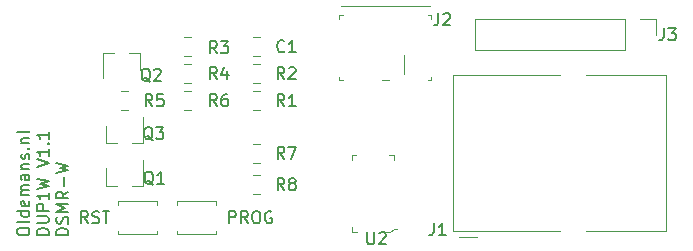
<source format=gbr>
%TF.GenerationSoftware,KiCad,Pcbnew,(5.1.9-0-10_14)*%
%TF.CreationDate,2021-04-09T15:24:22+02:00*%
%TF.ProjectId,P1_wifi,50315f77-6966-4692-9e6b-696361645f70,rev?*%
%TF.SameCoordinates,Original*%
%TF.FileFunction,Legend,Top*%
%TF.FilePolarity,Positive*%
%FSLAX46Y46*%
G04 Gerber Fmt 4.6, Leading zero omitted, Abs format (unit mm)*
G04 Created by KiCad (PCBNEW (5.1.9-0-10_14)) date 2021-04-09 15:24:22*
%MOMM*%
%LPD*%
G01*
G04 APERTURE LIST*
%ADD10C,0.150000*%
%ADD11C,0.120000*%
%ADD12C,0.100000*%
G04 APERTURE END LIST*
D10*
X850380Y1288071D02*
X850380Y1478547D01*
X898000Y1573785D01*
X993238Y1669023D01*
X1183714Y1716642D01*
X1517047Y1716642D01*
X1707523Y1669023D01*
X1802761Y1573785D01*
X1850380Y1478547D01*
X1850380Y1288071D01*
X1802761Y1192833D01*
X1707523Y1097595D01*
X1517047Y1049976D01*
X1183714Y1049976D01*
X993238Y1097595D01*
X898000Y1192833D01*
X850380Y1288071D01*
X1850380Y2288071D02*
X1802761Y2192833D01*
X1707523Y2145214D01*
X850380Y2145214D01*
X1850380Y3097595D02*
X850380Y3097595D01*
X1802761Y3097595D02*
X1850380Y3002357D01*
X1850380Y2811880D01*
X1802761Y2716642D01*
X1755142Y2669023D01*
X1659904Y2621404D01*
X1374190Y2621404D01*
X1278952Y2669023D01*
X1231333Y2716642D01*
X1183714Y2811880D01*
X1183714Y3002357D01*
X1231333Y3097595D01*
X1802761Y3954738D02*
X1850380Y3859500D01*
X1850380Y3669023D01*
X1802761Y3573785D01*
X1707523Y3526166D01*
X1326571Y3526166D01*
X1231333Y3573785D01*
X1183714Y3669023D01*
X1183714Y3859500D01*
X1231333Y3954738D01*
X1326571Y4002357D01*
X1421809Y4002357D01*
X1517047Y3526166D01*
X1850380Y4430928D02*
X1183714Y4430928D01*
X1278952Y4430928D02*
X1231333Y4478547D01*
X1183714Y4573785D01*
X1183714Y4716642D01*
X1231333Y4811880D01*
X1326571Y4859500D01*
X1850380Y4859500D01*
X1326571Y4859500D02*
X1231333Y4907119D01*
X1183714Y5002357D01*
X1183714Y5145214D01*
X1231333Y5240452D01*
X1326571Y5288071D01*
X1850380Y5288071D01*
X1850380Y6192833D02*
X1326571Y6192833D01*
X1231333Y6145214D01*
X1183714Y6049976D01*
X1183714Y5859499D01*
X1231333Y5764261D01*
X1802761Y6192833D02*
X1850380Y6097595D01*
X1850380Y5859499D01*
X1802761Y5764261D01*
X1707523Y5716642D01*
X1612285Y5716642D01*
X1517047Y5764261D01*
X1469428Y5859499D01*
X1469428Y6097595D01*
X1421809Y6192833D01*
X1183714Y6669023D02*
X1850380Y6669023D01*
X1278952Y6669023D02*
X1231333Y6716642D01*
X1183714Y6811880D01*
X1183714Y6954738D01*
X1231333Y7049976D01*
X1326571Y7097595D01*
X1850380Y7097595D01*
X1802761Y7526166D02*
X1850380Y7621404D01*
X1850380Y7811880D01*
X1802761Y7907119D01*
X1707523Y7954738D01*
X1659904Y7954738D01*
X1564666Y7907119D01*
X1517047Y7811880D01*
X1517047Y7669023D01*
X1469428Y7573785D01*
X1374190Y7526166D01*
X1326571Y7526166D01*
X1231333Y7573785D01*
X1183714Y7669023D01*
X1183714Y7811880D01*
X1231333Y7907119D01*
X1755142Y8383309D02*
X1802761Y8430928D01*
X1850380Y8383309D01*
X1802761Y8335690D01*
X1755142Y8383309D01*
X1850380Y8383309D01*
X1183714Y8859500D02*
X1850380Y8859500D01*
X1278952Y8859500D02*
X1231333Y8907119D01*
X1183714Y9002357D01*
X1183714Y9145214D01*
X1231333Y9240452D01*
X1326571Y9288071D01*
X1850380Y9288071D01*
X1850380Y9907119D02*
X1802761Y9811880D01*
X1707523Y9764261D01*
X850380Y9764261D01*
X3500380Y1097595D02*
X2500380Y1097595D01*
X2500380Y1335690D01*
X2548000Y1478547D01*
X2643238Y1573785D01*
X2738476Y1621404D01*
X2928952Y1669023D01*
X3071809Y1669023D01*
X3262285Y1621404D01*
X3357523Y1573785D01*
X3452761Y1478547D01*
X3500380Y1335690D01*
X3500380Y1097595D01*
X2500380Y2097595D02*
X3309904Y2097595D01*
X3405142Y2145214D01*
X3452761Y2192833D01*
X3500380Y2288071D01*
X3500380Y2478547D01*
X3452761Y2573785D01*
X3405142Y2621404D01*
X3309904Y2669023D01*
X2500380Y2669023D01*
X3500380Y3145214D02*
X2500380Y3145214D01*
X2500380Y3526166D01*
X2548000Y3621404D01*
X2595619Y3669023D01*
X2690857Y3716642D01*
X2833714Y3716642D01*
X2928952Y3669023D01*
X2976571Y3621404D01*
X3024190Y3526166D01*
X3024190Y3145214D01*
X3500380Y4669023D02*
X3500380Y4097595D01*
X3500380Y4383309D02*
X2500380Y4383309D01*
X2643238Y4288071D01*
X2738476Y4192833D01*
X2786095Y4097595D01*
X2500380Y5002357D02*
X3500380Y5240452D01*
X2786095Y5430928D01*
X3500380Y5621404D01*
X2500380Y5859500D01*
X2500380Y6859500D02*
X3500380Y7192833D01*
X2500380Y7526166D01*
X3500380Y8383309D02*
X3500380Y7811880D01*
X3500380Y8097595D02*
X2500380Y8097595D01*
X2643238Y8002357D01*
X2738476Y7907119D01*
X2786095Y7811880D01*
X3405142Y8811880D02*
X3452761Y8859500D01*
X3500380Y8811880D01*
X3452761Y8764261D01*
X3405142Y8811880D01*
X3500380Y8811880D01*
X3500380Y9811880D02*
X3500380Y9240452D01*
X3500380Y9526166D02*
X2500380Y9526166D01*
X2643238Y9430928D01*
X2738476Y9335690D01*
X2786095Y9240452D01*
X5150380Y1097595D02*
X4150380Y1097595D01*
X4150380Y1335690D01*
X4198000Y1478547D01*
X4293238Y1573785D01*
X4388476Y1621404D01*
X4578952Y1669023D01*
X4721809Y1669023D01*
X4912285Y1621404D01*
X5007523Y1573785D01*
X5102761Y1478547D01*
X5150380Y1335690D01*
X5150380Y1097595D01*
X5102761Y2049976D02*
X5150380Y2192833D01*
X5150380Y2430928D01*
X5102761Y2526166D01*
X5055142Y2573785D01*
X4959904Y2621404D01*
X4864666Y2621404D01*
X4769428Y2573785D01*
X4721809Y2526166D01*
X4674190Y2430928D01*
X4626571Y2240452D01*
X4578952Y2145214D01*
X4531333Y2097595D01*
X4436095Y2049976D01*
X4340857Y2049976D01*
X4245619Y2097595D01*
X4198000Y2145214D01*
X4150380Y2240452D01*
X4150380Y2478547D01*
X4198000Y2621404D01*
X5150380Y3049976D02*
X4150380Y3049976D01*
X4864666Y3383309D01*
X4150380Y3716642D01*
X5150380Y3716642D01*
X5150380Y4764261D02*
X4674190Y4430928D01*
X5150380Y4192833D02*
X4150380Y4192833D01*
X4150380Y4573785D01*
X4198000Y4669023D01*
X4245619Y4716642D01*
X4340857Y4764261D01*
X4483714Y4764261D01*
X4578952Y4716642D01*
X4626571Y4669023D01*
X4674190Y4573785D01*
X4674190Y4192833D01*
X4769428Y5192833D02*
X4769428Y5954738D01*
X4150380Y6335690D02*
X5150380Y6573785D01*
X4436095Y6764261D01*
X5150380Y6954738D01*
X4150380Y7192833D01*
X18788285Y2087619D02*
X18788285Y3087619D01*
X19169238Y3087619D01*
X19264476Y3040000D01*
X19312095Y2992380D01*
X19359714Y2897142D01*
X19359714Y2754285D01*
X19312095Y2659047D01*
X19264476Y2611428D01*
X19169238Y2563809D01*
X18788285Y2563809D01*
X20359714Y2087619D02*
X20026380Y2563809D01*
X19788285Y2087619D02*
X19788285Y3087619D01*
X20169238Y3087619D01*
X20264476Y3040000D01*
X20312095Y2992380D01*
X20359714Y2897142D01*
X20359714Y2754285D01*
X20312095Y2659047D01*
X20264476Y2611428D01*
X20169238Y2563809D01*
X19788285Y2563809D01*
X20978761Y3087619D02*
X21169238Y3087619D01*
X21264476Y3040000D01*
X21359714Y2944761D01*
X21407333Y2754285D01*
X21407333Y2420952D01*
X21359714Y2230476D01*
X21264476Y2135238D01*
X21169238Y2087619D01*
X20978761Y2087619D01*
X20883523Y2135238D01*
X20788285Y2230476D01*
X20740666Y2420952D01*
X20740666Y2754285D01*
X20788285Y2944761D01*
X20883523Y3040000D01*
X20978761Y3087619D01*
X22359714Y3040000D02*
X22264476Y3087619D01*
X22121619Y3087619D01*
X21978761Y3040000D01*
X21883523Y2944761D01*
X21835904Y2849523D01*
X21788285Y2659047D01*
X21788285Y2516190D01*
X21835904Y2325714D01*
X21883523Y2230476D01*
X21978761Y2135238D01*
X22121619Y2087619D01*
X22216857Y2087619D01*
X22359714Y2135238D01*
X22407333Y2182857D01*
X22407333Y2516190D01*
X22216857Y2516190D01*
X6818380Y2087619D02*
X6485047Y2563809D01*
X6246952Y2087619D02*
X6246952Y3087619D01*
X6627904Y3087619D01*
X6723142Y3040000D01*
X6770761Y2992380D01*
X6818380Y2897142D01*
X6818380Y2754285D01*
X6770761Y2659047D01*
X6723142Y2611428D01*
X6627904Y2563809D01*
X6246952Y2563809D01*
X7199333Y2135238D02*
X7342190Y2087619D01*
X7580285Y2087619D01*
X7675523Y2135238D01*
X7723142Y2182857D01*
X7770761Y2278095D01*
X7770761Y2373333D01*
X7723142Y2468571D01*
X7675523Y2516190D01*
X7580285Y2563809D01*
X7389809Y2611428D01*
X7294571Y2659047D01*
X7246952Y2706666D01*
X7199333Y2801904D01*
X7199333Y2897142D01*
X7246952Y2992380D01*
X7294571Y3040000D01*
X7389809Y3087619D01*
X7627904Y3087619D01*
X7770761Y3040000D01*
X8056476Y3087619D02*
X8627904Y3087619D01*
X8342190Y2087619D02*
X8342190Y3087619D01*
D11*
%TO.C,RST1*%
X9399000Y1140000D02*
X9399000Y1440000D01*
X12699000Y1140000D02*
X9399000Y1140000D01*
X12699000Y1440000D02*
X12699000Y1140000D01*
X9399000Y3940000D02*
X9399000Y3640000D01*
X12699000Y3940000D02*
X9399000Y3940000D01*
X12699000Y3640000D02*
X12699000Y3940000D01*
%TO.C,Q3*%
X8326000Y8892000D02*
X8326000Y10352000D01*
X11486000Y8892000D02*
X11486000Y11052000D01*
X11486000Y8892000D02*
X10556000Y8892000D01*
X8326000Y8892000D02*
X9256000Y8892000D01*
%TO.C,Q2*%
X11232000Y16508000D02*
X11232000Y15048000D01*
X8072000Y16508000D02*
X8072000Y14348000D01*
X8072000Y16508000D02*
X9002000Y16508000D01*
X11232000Y16508000D02*
X10302000Y16508000D01*
%TO.C,Q1*%
X8326000Y5259800D02*
X8326000Y6719800D01*
X11486000Y5259800D02*
X11486000Y7419800D01*
X11486000Y5259800D02*
X10556000Y5259800D01*
X8326000Y5259800D02*
X9256000Y5259800D01*
%TO.C,PROG1*%
X17652000Y3940000D02*
X17652000Y3640000D01*
X14352000Y3940000D02*
X17652000Y3940000D01*
X14352000Y3640000D02*
X14352000Y3940000D01*
X17652000Y1140000D02*
X17652000Y1440000D01*
X14352000Y1140000D02*
X17652000Y1140000D01*
X14352000Y1440000D02*
X14352000Y1140000D01*
D12*
%TO.C,U2*%
X29213000Y7847000D02*
X29513000Y7847000D01*
X29213000Y7472000D02*
X29213000Y7847000D01*
X29213000Y1297000D02*
X29613000Y1297000D01*
X29213000Y1797000D02*
X29213000Y1297000D01*
X32763000Y7847000D02*
X32763000Y7397000D01*
X32288000Y7847000D02*
X32763000Y7847000D01*
X32763000Y1597000D02*
X32958000Y1597000D01*
X32438000Y1297000D02*
X32763000Y1597000D01*
X31963000Y1297000D02*
X32438000Y1297000D01*
D11*
%TO.C,R8*%
X20796000Y4534000D02*
X21396000Y4534000D01*
X20816000Y6134000D02*
X21416000Y6134000D01*
%TO.C,R7*%
X20762000Y7201000D02*
X21362000Y7201000D01*
X20782000Y8801000D02*
X21382000Y8801000D01*
%TO.C,R6*%
X14920000Y11646000D02*
X15520000Y11646000D01*
X14940000Y13246000D02*
X15540000Y13246000D01*
%TO.C,R5*%
X10226000Y13246000D02*
X9626000Y13246000D01*
X10206000Y11646000D02*
X9606000Y11646000D01*
%TO.C,R4*%
X21402000Y15532000D02*
X20802000Y15532000D01*
X21382000Y13932000D02*
X20782000Y13932000D01*
%TO.C,R3*%
X15560000Y17818000D02*
X14960000Y17818000D01*
X15540000Y16218000D02*
X14940000Y16218000D01*
%TO.C,R2*%
X14920000Y13932000D02*
X15520000Y13932000D01*
X14940000Y15532000D02*
X15540000Y15532000D01*
%TO.C,R1*%
X21402000Y13246000D02*
X20802000Y13246000D01*
X21382000Y11646000D02*
X20782000Y11646000D01*
%TO.C,J3*%
X39564000Y19364000D02*
X39564000Y16704000D01*
X52324000Y19364000D02*
X39564000Y19364000D01*
X52324000Y16704000D02*
X39564000Y16704000D01*
X52324000Y19364000D02*
X52324000Y16704000D01*
X53594000Y19364000D02*
X54924000Y19364000D01*
X54924000Y19364000D02*
X54924000Y18034000D01*
D12*
%TO.C,J2*%
X33604000Y14688000D02*
X33604000Y16288000D01*
X32004000Y14188000D02*
X31704000Y14188000D01*
X32004000Y14188000D02*
X32304000Y14188000D01*
X28104000Y19688000D02*
X28104000Y19388000D01*
X28104000Y19688000D02*
X28404000Y19688000D01*
X35904000Y19688000D02*
X35904000Y19388000D01*
X35904000Y19688000D02*
X35604000Y19688000D01*
X35904000Y14188000D02*
X35604000Y14188000D01*
X35904000Y14188000D02*
X35904000Y14488000D01*
X28104000Y14188000D02*
X28404000Y14188000D01*
X28104000Y14188000D02*
X28104000Y14488000D01*
D11*
X28254000Y20438000D02*
X35754000Y20438000D01*
%TO.C,J1*%
X39759000Y926000D02*
X38229000Y926000D01*
X46779000Y1396000D02*
X37759000Y1396000D01*
D12*
X46709000Y1396000D02*
X46779000Y1396000D01*
D11*
X55759000Y1396000D02*
X48979000Y1396000D01*
X55759000Y14596000D02*
X55759000Y1396000D01*
D12*
X55749000Y14596000D02*
X55759000Y14596000D01*
D11*
X55759000Y14596000D02*
X48979000Y14596000D01*
D12*
X55639000Y14596000D02*
X55759000Y14596000D01*
D11*
X37759000Y14596000D02*
X46779000Y14596000D01*
X37759000Y1396000D02*
X37759000Y14596000D01*
%TO.C,C1*%
X20762000Y16218000D02*
X21362000Y16218000D01*
X20782000Y17818000D02*
X21382000Y17818000D01*
%TD*%
%TO.C,Q3*%
D10*
X12310761Y9104380D02*
X12215523Y9152000D01*
X12120285Y9247238D01*
X11977428Y9390095D01*
X11882190Y9437714D01*
X11786952Y9437714D01*
X11834571Y9199619D02*
X11739333Y9247238D01*
X11644095Y9342476D01*
X11596476Y9532952D01*
X11596476Y9866285D01*
X11644095Y10056761D01*
X11739333Y10152000D01*
X11834571Y10199619D01*
X12025047Y10199619D01*
X12120285Y10152000D01*
X12215523Y10056761D01*
X12263142Y9866285D01*
X12263142Y9532952D01*
X12215523Y9342476D01*
X12120285Y9247238D01*
X12025047Y9199619D01*
X11834571Y9199619D01*
X12596476Y10199619D02*
X13215523Y10199619D01*
X12882190Y9818666D01*
X13025047Y9818666D01*
X13120285Y9771047D01*
X13167904Y9723428D01*
X13215523Y9628190D01*
X13215523Y9390095D01*
X13167904Y9294857D01*
X13120285Y9247238D01*
X13025047Y9199619D01*
X12739333Y9199619D01*
X12644095Y9247238D01*
X12596476Y9294857D01*
%TO.C,Q2*%
X12096761Y14057380D02*
X12001523Y14105000D01*
X11906285Y14200238D01*
X11763428Y14343095D01*
X11668190Y14390714D01*
X11572952Y14390714D01*
X11620571Y14152619D02*
X11525333Y14200238D01*
X11430095Y14295476D01*
X11382476Y14485952D01*
X11382476Y14819285D01*
X11430095Y15009761D01*
X11525333Y15105000D01*
X11620571Y15152619D01*
X11811047Y15152619D01*
X11906285Y15105000D01*
X12001523Y15009761D01*
X12049142Y14819285D01*
X12049142Y14485952D01*
X12001523Y14295476D01*
X11906285Y14200238D01*
X11811047Y14152619D01*
X11620571Y14152619D01*
X12430095Y15057380D02*
X12477714Y15105000D01*
X12572952Y15152619D01*
X12811047Y15152619D01*
X12906285Y15105000D01*
X12953904Y15057380D01*
X13001523Y14962142D01*
X13001523Y14866904D01*
X12953904Y14724047D01*
X12382476Y14152619D01*
X13001523Y14152619D01*
%TO.C,Q1*%
X12350761Y5345180D02*
X12255523Y5392800D01*
X12160285Y5488038D01*
X12017428Y5630895D01*
X11922190Y5678514D01*
X11826952Y5678514D01*
X11874571Y5440419D02*
X11779333Y5488038D01*
X11684095Y5583276D01*
X11636476Y5773752D01*
X11636476Y6107085D01*
X11684095Y6297561D01*
X11779333Y6392800D01*
X11874571Y6440419D01*
X12065047Y6440419D01*
X12160285Y6392800D01*
X12255523Y6297561D01*
X12303142Y6107085D01*
X12303142Y5773752D01*
X12255523Y5583276D01*
X12160285Y5488038D01*
X12065047Y5440419D01*
X11874571Y5440419D01*
X13255523Y5440419D02*
X12684095Y5440419D01*
X12969809Y5440419D02*
X12969809Y6440419D01*
X12874571Y6297561D01*
X12779333Y6202323D01*
X12684095Y6154704D01*
%TO.C,U2*%
X30480095Y1309619D02*
X30480095Y500095D01*
X30527714Y404857D01*
X30575333Y357238D01*
X30670571Y309619D01*
X30861047Y309619D01*
X30956285Y357238D01*
X31003904Y404857D01*
X31051523Y500095D01*
X31051523Y1309619D01*
X31480095Y1214380D02*
X31527714Y1262000D01*
X31622952Y1309619D01*
X31861047Y1309619D01*
X31956285Y1262000D01*
X32003904Y1214380D01*
X32051523Y1119142D01*
X32051523Y1023904D01*
X32003904Y881047D01*
X31432476Y309619D01*
X32051523Y309619D01*
%TO.C,R8*%
X23455333Y4881619D02*
X23122000Y5357809D01*
X22883904Y4881619D02*
X22883904Y5881619D01*
X23264857Y5881619D01*
X23360095Y5834000D01*
X23407714Y5786380D01*
X23455333Y5691142D01*
X23455333Y5548285D01*
X23407714Y5453047D01*
X23360095Y5405428D01*
X23264857Y5357809D01*
X22883904Y5357809D01*
X24026761Y5453047D02*
X23931523Y5500666D01*
X23883904Y5548285D01*
X23836285Y5643523D01*
X23836285Y5691142D01*
X23883904Y5786380D01*
X23931523Y5834000D01*
X24026761Y5881619D01*
X24217238Y5881619D01*
X24312476Y5834000D01*
X24360095Y5786380D01*
X24407714Y5691142D01*
X24407714Y5643523D01*
X24360095Y5548285D01*
X24312476Y5500666D01*
X24217238Y5453047D01*
X24026761Y5453047D01*
X23931523Y5405428D01*
X23883904Y5357809D01*
X23836285Y5262571D01*
X23836285Y5072095D01*
X23883904Y4976857D01*
X23931523Y4929238D01*
X24026761Y4881619D01*
X24217238Y4881619D01*
X24312476Y4929238D01*
X24360095Y4976857D01*
X24407714Y5072095D01*
X24407714Y5262571D01*
X24360095Y5357809D01*
X24312476Y5405428D01*
X24217238Y5453047D01*
%TO.C,R7*%
X23455333Y7548619D02*
X23122000Y8024809D01*
X22883904Y7548619D02*
X22883904Y8548619D01*
X23264857Y8548619D01*
X23360095Y8501000D01*
X23407714Y8453380D01*
X23455333Y8358142D01*
X23455333Y8215285D01*
X23407714Y8120047D01*
X23360095Y8072428D01*
X23264857Y8024809D01*
X22883904Y8024809D01*
X23788666Y8548619D02*
X24455333Y8548619D01*
X24026761Y7548619D01*
%TO.C,R6*%
X17740333Y11993619D02*
X17407000Y12469809D01*
X17168904Y11993619D02*
X17168904Y12993619D01*
X17549857Y12993619D01*
X17645095Y12946000D01*
X17692714Y12898380D01*
X17740333Y12803142D01*
X17740333Y12660285D01*
X17692714Y12565047D01*
X17645095Y12517428D01*
X17549857Y12469809D01*
X17168904Y12469809D01*
X18597476Y12993619D02*
X18407000Y12993619D01*
X18311761Y12946000D01*
X18264142Y12898380D01*
X18168904Y12755523D01*
X18121285Y12565047D01*
X18121285Y12184095D01*
X18168904Y12088857D01*
X18216523Y12041238D01*
X18311761Y11993619D01*
X18502238Y11993619D01*
X18597476Y12041238D01*
X18645095Y12088857D01*
X18692714Y12184095D01*
X18692714Y12422190D01*
X18645095Y12517428D01*
X18597476Y12565047D01*
X18502238Y12612666D01*
X18311761Y12612666D01*
X18216523Y12565047D01*
X18168904Y12517428D01*
X18121285Y12422190D01*
%TO.C,R5*%
X12279333Y11993619D02*
X11946000Y12469809D01*
X11707904Y11993619D02*
X11707904Y12993619D01*
X12088857Y12993619D01*
X12184095Y12946000D01*
X12231714Y12898380D01*
X12279333Y12803142D01*
X12279333Y12660285D01*
X12231714Y12565047D01*
X12184095Y12517428D01*
X12088857Y12469809D01*
X11707904Y12469809D01*
X13184095Y12993619D02*
X12707904Y12993619D01*
X12660285Y12517428D01*
X12707904Y12565047D01*
X12803142Y12612666D01*
X13041238Y12612666D01*
X13136476Y12565047D01*
X13184095Y12517428D01*
X13231714Y12422190D01*
X13231714Y12184095D01*
X13184095Y12088857D01*
X13136476Y12041238D01*
X13041238Y11993619D01*
X12803142Y11993619D01*
X12707904Y12041238D01*
X12660285Y12088857D01*
%TO.C,R4*%
X17740333Y14279619D02*
X17407000Y14755809D01*
X17168904Y14279619D02*
X17168904Y15279619D01*
X17549857Y15279619D01*
X17645095Y15232000D01*
X17692714Y15184380D01*
X17740333Y15089142D01*
X17740333Y14946285D01*
X17692714Y14851047D01*
X17645095Y14803428D01*
X17549857Y14755809D01*
X17168904Y14755809D01*
X18597476Y14946285D02*
X18597476Y14279619D01*
X18359380Y15327238D02*
X18121285Y14612952D01*
X18740333Y14612952D01*
%TO.C,R3*%
X17740333Y16476719D02*
X17407000Y16952909D01*
X17168904Y16476719D02*
X17168904Y17476719D01*
X17549857Y17476719D01*
X17645095Y17429100D01*
X17692714Y17381480D01*
X17740333Y17286242D01*
X17740333Y17143385D01*
X17692714Y17048147D01*
X17645095Y17000528D01*
X17549857Y16952909D01*
X17168904Y16952909D01*
X18073666Y17476719D02*
X18692714Y17476719D01*
X18359380Y17095766D01*
X18502238Y17095766D01*
X18597476Y17048147D01*
X18645095Y17000528D01*
X18692714Y16905290D01*
X18692714Y16667195D01*
X18645095Y16571957D01*
X18597476Y16524338D01*
X18502238Y16476719D01*
X18216523Y16476719D01*
X18121285Y16524338D01*
X18073666Y16571957D01*
%TO.C,R2*%
X23455333Y14279619D02*
X23122000Y14755809D01*
X22883904Y14279619D02*
X22883904Y15279619D01*
X23264857Y15279619D01*
X23360095Y15232000D01*
X23407714Y15184380D01*
X23455333Y15089142D01*
X23455333Y14946285D01*
X23407714Y14851047D01*
X23360095Y14803428D01*
X23264857Y14755809D01*
X22883904Y14755809D01*
X23836285Y15184380D02*
X23883904Y15232000D01*
X23979142Y15279619D01*
X24217238Y15279619D01*
X24312476Y15232000D01*
X24360095Y15184380D01*
X24407714Y15089142D01*
X24407714Y14993904D01*
X24360095Y14851047D01*
X23788666Y14279619D01*
X24407714Y14279619D01*
%TO.C,R1*%
X23455333Y11993619D02*
X23122000Y12469809D01*
X22883904Y11993619D02*
X22883904Y12993619D01*
X23264857Y12993619D01*
X23360095Y12946000D01*
X23407714Y12898380D01*
X23455333Y12803142D01*
X23455333Y12660285D01*
X23407714Y12565047D01*
X23360095Y12517428D01*
X23264857Y12469809D01*
X22883904Y12469809D01*
X24407714Y11993619D02*
X23836285Y11993619D01*
X24122000Y11993619D02*
X24122000Y12993619D01*
X24026761Y12850761D01*
X23931523Y12755523D01*
X23836285Y12707904D01*
%TO.C,J3*%
X55590666Y18581619D02*
X55590666Y17867333D01*
X55543047Y17724476D01*
X55447809Y17629238D01*
X55304952Y17581619D01*
X55209714Y17581619D01*
X55971619Y18581619D02*
X56590666Y18581619D01*
X56257333Y18200666D01*
X56400190Y18200666D01*
X56495428Y18153047D01*
X56543047Y18105428D01*
X56590666Y18010190D01*
X56590666Y17772095D01*
X56543047Y17676857D01*
X56495428Y17629238D01*
X56400190Y17581619D01*
X56114476Y17581619D01*
X56019238Y17629238D01*
X55971619Y17676857D01*
%TO.C,J2*%
X36496666Y19851619D02*
X36496666Y19137333D01*
X36449047Y18994476D01*
X36353809Y18899238D01*
X36210952Y18851619D01*
X36115714Y18851619D01*
X36925238Y19756380D02*
X36972857Y19804000D01*
X37068095Y19851619D01*
X37306190Y19851619D01*
X37401428Y19804000D01*
X37449047Y19756380D01*
X37496666Y19661142D01*
X37496666Y19565904D01*
X37449047Y19423047D01*
X36877619Y18851619D01*
X37496666Y18851619D01*
%TO.C,J1*%
X36115666Y2071619D02*
X36115666Y1357333D01*
X36068047Y1214476D01*
X35972809Y1119238D01*
X35829952Y1071619D01*
X35734714Y1071619D01*
X37115666Y1071619D02*
X36544238Y1071619D01*
X36829952Y1071619D02*
X36829952Y2071619D01*
X36734714Y1928761D01*
X36639476Y1833523D01*
X36544238Y1785904D01*
%TO.C,C1*%
X23455333Y16660857D02*
X23407714Y16613238D01*
X23264857Y16565619D01*
X23169619Y16565619D01*
X23026761Y16613238D01*
X22931523Y16708476D01*
X22883904Y16803714D01*
X22836285Y16994190D01*
X22836285Y17137047D01*
X22883904Y17327523D01*
X22931523Y17422761D01*
X23026761Y17518000D01*
X23169619Y17565619D01*
X23264857Y17565619D01*
X23407714Y17518000D01*
X23455333Y17470380D01*
X24407714Y16565619D02*
X23836285Y16565619D01*
X24122000Y16565619D02*
X24122000Y17565619D01*
X24026761Y17422761D01*
X23931523Y17327523D01*
X23836285Y17279904D01*
%TD*%
M02*

</source>
